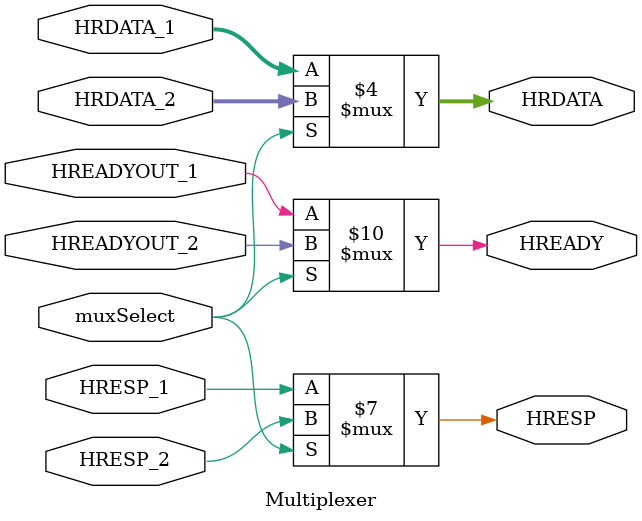
<source format=sv>

module Multiplexer
(
  input logic muxSelect,
  input logic HREADYOUT_1,
  input logic HREADYOUT_2,
  input logic HRESP_1,
  input logic HRESP_2,
  input logic [63:0] HRDATA_1,
  input logic [63:0] HRDATA_2,

  output logic HREADY,
  output logic HRESP,
  output logic [63:0] HRDATA
);

  // Select either the signals from the AHB-Lite Slave Controller or the
  // Default Slave
  always_comb
  begin
    if(muxSelect == 1'b0)
    begin
      HREADY = HREADYOUT_1;
      HRESP = HRESP_1;
      HRDATA = HRDATA_1;
    end
    else
    begin
      HREADY = HREADYOUT_2;
      HRESP = HRESP_2;
      HRDATA = HRDATA_2;
    end
  end

endmodule

</source>
